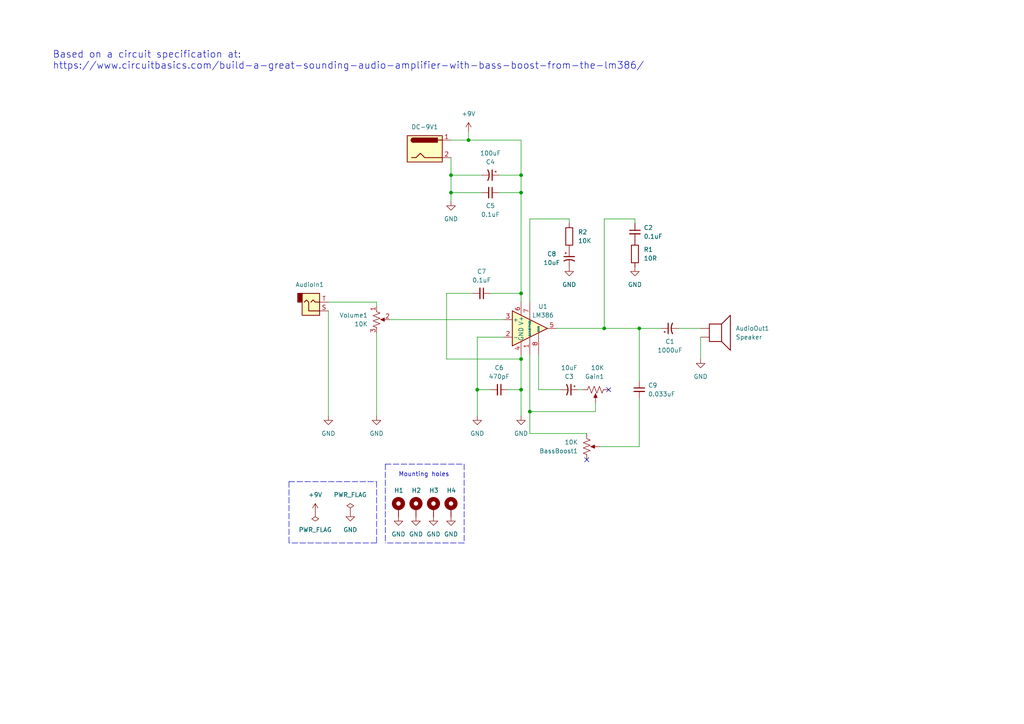
<source format=kicad_sch>
(kicad_sch (version 20211123) (generator eeschema)

  (uuid 3b05c394-0392-4946-800d-2a33f6382a42)

  (paper "A4")

  (title_block
    (title "amp-l386-with-bass-boost")
    (date "2023-01-20")
    (rev "1")
  )

  (lib_symbols
    (symbol "Amplifier_Audio:LM386" (pin_names (offset 0.127)) (in_bom yes) (on_board yes)
      (property "Reference" "U" (id 0) (at 1.27 7.62 0)
        (effects (font (size 1.27 1.27)) (justify left))
      )
      (property "Value" "LM386" (id 1) (at 1.27 5.08 0)
        (effects (font (size 1.27 1.27)) (justify left))
      )
      (property "Footprint" "" (id 2) (at 2.54 2.54 0)
        (effects (font (size 1.27 1.27)) hide)
      )
      (property "Datasheet" "http://www.ti.com/lit/ds/symlink/lm386.pdf" (id 3) (at 5.08 5.08 0)
        (effects (font (size 1.27 1.27)) hide)
      )
      (property "ki_keywords" "single Power opamp" (id 4) (at 0 0 0)
        (effects (font (size 1.27 1.27)) hide)
      )
      (property "ki_description" "Low Voltage Audio Power Amplifier, DIP-8/SOIC-8/SSOP-8" (id 5) (at 0 0 0)
        (effects (font (size 1.27 1.27)) hide)
      )
      (property "ki_fp_filters" "SOIC*3.9x4.9mm*P1.27mm* DIP*W7.62mm* MSSOP*P0.65mm* TSSOP*3x3mm*P0.5mm*" (id 6) (at 0 0 0)
        (effects (font (size 1.27 1.27)) hide)
      )
      (symbol "LM386_0_1"
        (polyline
          (pts
            (xy 5.08 0)
            (xy -5.08 5.08)
            (xy -5.08 -5.08)
            (xy 5.08 0)
          )
          (stroke (width 0.254) (type default) (color 0 0 0 0))
          (fill (type background))
        )
      )
      (symbol "LM386_1_1"
        (pin input line (at 0 -7.62 90) (length 5.08)
          (name "GAIN" (effects (font (size 0.508 0.508))))
          (number "1" (effects (font (size 1.27 1.27))))
        )
        (pin input line (at -7.62 -2.54 0) (length 2.54)
          (name "-" (effects (font (size 1.27 1.27))))
          (number "2" (effects (font (size 1.27 1.27))))
        )
        (pin input line (at -7.62 2.54 0) (length 2.54)
          (name "+" (effects (font (size 1.27 1.27))))
          (number "3" (effects (font (size 1.27 1.27))))
        )
        (pin power_in line (at -2.54 -7.62 90) (length 3.81)
          (name "GND" (effects (font (size 1.27 1.27))))
          (number "4" (effects (font (size 1.27 1.27))))
        )
        (pin output line (at 7.62 0 180) (length 2.54)
          (name "~" (effects (font (size 1.27 1.27))))
          (number "5" (effects (font (size 1.27 1.27))))
        )
        (pin power_in line (at -2.54 7.62 270) (length 3.81)
          (name "V+" (effects (font (size 1.27 1.27))))
          (number "6" (effects (font (size 1.27 1.27))))
        )
        (pin input line (at 0 7.62 270) (length 5.08)
          (name "BYPASS" (effects (font (size 0.508 0.508))))
          (number "7" (effects (font (size 1.27 1.27))))
        )
        (pin input line (at 2.54 -7.62 90) (length 6.35)
          (name "GAIN" (effects (font (size 0.508 0.508))))
          (number "8" (effects (font (size 1.27 1.27))))
        )
      )
    )
    (symbol "Connector:AudioJack2" (in_bom yes) (on_board yes)
      (property "Reference" "J" (id 0) (at 0 8.89 0)
        (effects (font (size 1.27 1.27)))
      )
      (property "Value" "AudioJack2" (id 1) (at 0 6.35 0)
        (effects (font (size 1.27 1.27)))
      )
      (property "Footprint" "" (id 2) (at 0 0 0)
        (effects (font (size 1.27 1.27)) hide)
      )
      (property "Datasheet" "~" (id 3) (at 0 0 0)
        (effects (font (size 1.27 1.27)) hide)
      )
      (property "ki_keywords" "audio jack receptacle mono phone headphone TS connector" (id 4) (at 0 0 0)
        (effects (font (size 1.27 1.27)) hide)
      )
      (property "ki_description" "Audio Jack, 2 Poles (Mono / TS)" (id 5) (at 0 0 0)
        (effects (font (size 1.27 1.27)) hide)
      )
      (property "ki_fp_filters" "Jack*" (id 6) (at 0 0 0)
        (effects (font (size 1.27 1.27)) hide)
      )
      (symbol "AudioJack2_0_1"
        (rectangle (start -3.81 0) (end -2.54 -2.54)
          (stroke (width 0.254) (type default) (color 0 0 0 0))
          (fill (type outline))
        )
        (rectangle (start -2.54 3.81) (end 2.54 -2.54)
          (stroke (width 0.254) (type default) (color 0 0 0 0))
          (fill (type background))
        )
        (polyline
          (pts
            (xy 0 0)
            (xy 0.635 -0.635)
            (xy 1.27 0)
            (xy 2.54 0)
          )
          (stroke (width 0.254) (type default) (color 0 0 0 0))
          (fill (type none))
        )
        (polyline
          (pts
            (xy 2.54 2.54)
            (xy -0.635 2.54)
            (xy -0.635 0)
            (xy -1.27 -0.635)
            (xy -1.905 0)
          )
          (stroke (width 0.254) (type default) (color 0 0 0 0))
          (fill (type none))
        )
      )
      (symbol "AudioJack2_1_1"
        (pin passive line (at 5.08 2.54 180) (length 2.54)
          (name "~" (effects (font (size 1.27 1.27))))
          (number "S" (effects (font (size 1.27 1.27))))
        )
        (pin passive line (at 5.08 0 180) (length 2.54)
          (name "~" (effects (font (size 1.27 1.27))))
          (number "T" (effects (font (size 1.27 1.27))))
        )
      )
    )
    (symbol "Connector:Jack-DC" (pin_names (offset 1.016)) (in_bom yes) (on_board yes)
      (property "Reference" "J" (id 0) (at 0 5.334 0)
        (effects (font (size 1.27 1.27)))
      )
      (property "Value" "Jack-DC" (id 1) (at 0 -5.08 0)
        (effects (font (size 1.27 1.27)))
      )
      (property "Footprint" "" (id 2) (at 1.27 -1.016 0)
        (effects (font (size 1.27 1.27)) hide)
      )
      (property "Datasheet" "~" (id 3) (at 1.27 -1.016 0)
        (effects (font (size 1.27 1.27)) hide)
      )
      (property "ki_keywords" "DC power barrel jack connector" (id 4) (at 0 0 0)
        (effects (font (size 1.27 1.27)) hide)
      )
      (property "ki_description" "DC Barrel Jack" (id 5) (at 0 0 0)
        (effects (font (size 1.27 1.27)) hide)
      )
      (property "ki_fp_filters" "BarrelJack*" (id 6) (at 0 0 0)
        (effects (font (size 1.27 1.27)) hide)
      )
      (symbol "Jack-DC_0_1"
        (rectangle (start -5.08 3.81) (end 5.08 -3.81)
          (stroke (width 0.254) (type default) (color 0 0 0 0))
          (fill (type background))
        )
        (arc (start -3.302 3.175) (mid -3.937 2.54) (end -3.302 1.905)
          (stroke (width 0.254) (type default) (color 0 0 0 0))
          (fill (type none))
        )
        (arc (start -3.302 3.175) (mid -3.937 2.54) (end -3.302 1.905)
          (stroke (width 0.254) (type default) (color 0 0 0 0))
          (fill (type outline))
        )
        (polyline
          (pts
            (xy 5.08 2.54)
            (xy 3.81 2.54)
          )
          (stroke (width 0.254) (type default) (color 0 0 0 0))
          (fill (type none))
        )
        (polyline
          (pts
            (xy -3.81 -2.54)
            (xy -2.54 -2.54)
            (xy -1.27 -1.27)
            (xy 0 -2.54)
            (xy 2.54 -2.54)
            (xy 5.08 -2.54)
          )
          (stroke (width 0.254) (type default) (color 0 0 0 0))
          (fill (type none))
        )
        (rectangle (start 3.683 3.175) (end -3.302 1.905)
          (stroke (width 0.254) (type default) (color 0 0 0 0))
          (fill (type outline))
        )
      )
      (symbol "Jack-DC_1_1"
        (pin passive line (at 7.62 2.54 180) (length 2.54)
          (name "~" (effects (font (size 1.27 1.27))))
          (number "1" (effects (font (size 1.27 1.27))))
        )
        (pin passive line (at 7.62 -2.54 180) (length 2.54)
          (name "~" (effects (font (size 1.27 1.27))))
          (number "2" (effects (font (size 1.27 1.27))))
        )
      )
    )
    (symbol "Device:C_Polarized_Small_US" (pin_numbers hide) (pin_names (offset 0.254) hide) (in_bom yes) (on_board yes)
      (property "Reference" "C" (id 0) (at 0.254 1.778 0)
        (effects (font (size 1.27 1.27)) (justify left))
      )
      (property "Value" "C_Polarized_Small_US" (id 1) (at 0.254 -2.032 0)
        (effects (font (size 1.27 1.27)) (justify left))
      )
      (property "Footprint" "" (id 2) (at 0 0 0)
        (effects (font (size 1.27 1.27)) hide)
      )
      (property "Datasheet" "~" (id 3) (at 0 0 0)
        (effects (font (size 1.27 1.27)) hide)
      )
      (property "ki_keywords" "cap capacitor" (id 4) (at 0 0 0)
        (effects (font (size 1.27 1.27)) hide)
      )
      (property "ki_description" "Polarized capacitor, small US symbol" (id 5) (at 0 0 0)
        (effects (font (size 1.27 1.27)) hide)
      )
      (property "ki_fp_filters" "CP_*" (id 6) (at 0 0 0)
        (effects (font (size 1.27 1.27)) hide)
      )
      (symbol "C_Polarized_Small_US_0_1"
        (polyline
          (pts
            (xy -1.524 0.508)
            (xy 1.524 0.508)
          )
          (stroke (width 0.3048) (type default) (color 0 0 0 0))
          (fill (type none))
        )
        (polyline
          (pts
            (xy -1.27 1.524)
            (xy -0.762 1.524)
          )
          (stroke (width 0) (type default) (color 0 0 0 0))
          (fill (type none))
        )
        (polyline
          (pts
            (xy -1.016 1.27)
            (xy -1.016 1.778)
          )
          (stroke (width 0) (type default) (color 0 0 0 0))
          (fill (type none))
        )
        (arc (start 1.524 -0.762) (mid 0 -0.3734) (end -1.524 -0.762)
          (stroke (width 0.3048) (type default) (color 0 0 0 0))
          (fill (type none))
        )
      )
      (symbol "C_Polarized_Small_US_1_1"
        (pin passive line (at 0 2.54 270) (length 2.032)
          (name "~" (effects (font (size 1.27 1.27))))
          (number "1" (effects (font (size 1.27 1.27))))
        )
        (pin passive line (at 0 -2.54 90) (length 2.032)
          (name "~" (effects (font (size 1.27 1.27))))
          (number "2" (effects (font (size 1.27 1.27))))
        )
      )
    )
    (symbol "Device:C_Small" (pin_numbers hide) (pin_names (offset 0.254) hide) (in_bom yes) (on_board yes)
      (property "Reference" "C" (id 0) (at 0.254 1.778 0)
        (effects (font (size 1.27 1.27)) (justify left))
      )
      (property "Value" "C_Small" (id 1) (at 0.254 -2.032 0)
        (effects (font (size 1.27 1.27)) (justify left))
      )
      (property "Footprint" "" (id 2) (at 0 0 0)
        (effects (font (size 1.27 1.27)) hide)
      )
      (property "Datasheet" "~" (id 3) (at 0 0 0)
        (effects (font (size 1.27 1.27)) hide)
      )
      (property "ki_keywords" "capacitor cap" (id 4) (at 0 0 0)
        (effects (font (size 1.27 1.27)) hide)
      )
      (property "ki_description" "Unpolarized capacitor, small symbol" (id 5) (at 0 0 0)
        (effects (font (size 1.27 1.27)) hide)
      )
      (property "ki_fp_filters" "C_*" (id 6) (at 0 0 0)
        (effects (font (size 1.27 1.27)) hide)
      )
      (symbol "C_Small_0_1"
        (polyline
          (pts
            (xy -1.524 -0.508)
            (xy 1.524 -0.508)
          )
          (stroke (width 0.3302) (type default) (color 0 0 0 0))
          (fill (type none))
        )
        (polyline
          (pts
            (xy -1.524 0.508)
            (xy 1.524 0.508)
          )
          (stroke (width 0.3048) (type default) (color 0 0 0 0))
          (fill (type none))
        )
      )
      (symbol "C_Small_1_1"
        (pin passive line (at 0 2.54 270) (length 2.032)
          (name "~" (effects (font (size 1.27 1.27))))
          (number "1" (effects (font (size 1.27 1.27))))
        )
        (pin passive line (at 0 -2.54 90) (length 2.032)
          (name "~" (effects (font (size 1.27 1.27))))
          (number "2" (effects (font (size 1.27 1.27))))
        )
      )
    )
    (symbol "Device:R" (pin_numbers hide) (pin_names (offset 0)) (in_bom yes) (on_board yes)
      (property "Reference" "R" (id 0) (at 2.032 0 90)
        (effects (font (size 1.27 1.27)))
      )
      (property "Value" "R" (id 1) (at 0 0 90)
        (effects (font (size 1.27 1.27)))
      )
      (property "Footprint" "" (id 2) (at -1.778 0 90)
        (effects (font (size 1.27 1.27)) hide)
      )
      (property "Datasheet" "~" (id 3) (at 0 0 0)
        (effects (font (size 1.27 1.27)) hide)
      )
      (property "ki_keywords" "R res resistor" (id 4) (at 0 0 0)
        (effects (font (size 1.27 1.27)) hide)
      )
      (property "ki_description" "Resistor" (id 5) (at 0 0 0)
        (effects (font (size 1.27 1.27)) hide)
      )
      (property "ki_fp_filters" "R_*" (id 6) (at 0 0 0)
        (effects (font (size 1.27 1.27)) hide)
      )
      (symbol "R_0_1"
        (rectangle (start -1.016 -2.54) (end 1.016 2.54)
          (stroke (width 0.254) (type default) (color 0 0 0 0))
          (fill (type none))
        )
      )
      (symbol "R_1_1"
        (pin passive line (at 0 3.81 270) (length 1.27)
          (name "~" (effects (font (size 1.27 1.27))))
          (number "1" (effects (font (size 1.27 1.27))))
        )
        (pin passive line (at 0 -3.81 90) (length 1.27)
          (name "~" (effects (font (size 1.27 1.27))))
          (number "2" (effects (font (size 1.27 1.27))))
        )
      )
    )
    (symbol "Device:R_Potentiometer_US" (pin_names (offset 1.016) hide) (in_bom yes) (on_board yes)
      (property "Reference" "RV" (id 0) (at -4.445 0 90)
        (effects (font (size 1.27 1.27)))
      )
      (property "Value" "R_Potentiometer_US" (id 1) (at -2.54 0 90)
        (effects (font (size 1.27 1.27)))
      )
      (property "Footprint" "" (id 2) (at 0 0 0)
        (effects (font (size 1.27 1.27)) hide)
      )
      (property "Datasheet" "~" (id 3) (at 0 0 0)
        (effects (font (size 1.27 1.27)) hide)
      )
      (property "ki_keywords" "resistor variable" (id 4) (at 0 0 0)
        (effects (font (size 1.27 1.27)) hide)
      )
      (property "ki_description" "Potentiometer, US symbol" (id 5) (at 0 0 0)
        (effects (font (size 1.27 1.27)) hide)
      )
      (property "ki_fp_filters" "Potentiometer*" (id 6) (at 0 0 0)
        (effects (font (size 1.27 1.27)) hide)
      )
      (symbol "R_Potentiometer_US_0_1"
        (polyline
          (pts
            (xy 0 -2.286)
            (xy 0 -2.54)
          )
          (stroke (width 0) (type default) (color 0 0 0 0))
          (fill (type none))
        )
        (polyline
          (pts
            (xy 0 2.54)
            (xy 0 2.286)
          )
          (stroke (width 0) (type default) (color 0 0 0 0))
          (fill (type none))
        )
        (polyline
          (pts
            (xy 2.54 0)
            (xy 1.524 0)
          )
          (stroke (width 0) (type default) (color 0 0 0 0))
          (fill (type none))
        )
        (polyline
          (pts
            (xy 1.143 0)
            (xy 2.286 0.508)
            (xy 2.286 -0.508)
            (xy 1.143 0)
          )
          (stroke (width 0) (type default) (color 0 0 0 0))
          (fill (type outline))
        )
        (polyline
          (pts
            (xy 0 -0.762)
            (xy 1.016 -1.143)
            (xy 0 -1.524)
            (xy -1.016 -1.905)
            (xy 0 -2.286)
          )
          (stroke (width 0) (type default) (color 0 0 0 0))
          (fill (type none))
        )
        (polyline
          (pts
            (xy 0 0.762)
            (xy 1.016 0.381)
            (xy 0 0)
            (xy -1.016 -0.381)
            (xy 0 -0.762)
          )
          (stroke (width 0) (type default) (color 0 0 0 0))
          (fill (type none))
        )
        (polyline
          (pts
            (xy 0 2.286)
            (xy 1.016 1.905)
            (xy 0 1.524)
            (xy -1.016 1.143)
            (xy 0 0.762)
          )
          (stroke (width 0) (type default) (color 0 0 0 0))
          (fill (type none))
        )
      )
      (symbol "R_Potentiometer_US_1_1"
        (pin passive line (at 0 3.81 270) (length 1.27)
          (name "1" (effects (font (size 1.27 1.27))))
          (number "1" (effects (font (size 1.27 1.27))))
        )
        (pin passive line (at 3.81 0 180) (length 1.27)
          (name "2" (effects (font (size 1.27 1.27))))
          (number "2" (effects (font (size 1.27 1.27))))
        )
        (pin passive line (at 0 -3.81 90) (length 1.27)
          (name "3" (effects (font (size 1.27 1.27))))
          (number "3" (effects (font (size 1.27 1.27))))
        )
      )
    )
    (symbol "Device:Speaker" (pin_numbers hide) (pin_names (offset 0) hide) (in_bom yes) (on_board yes)
      (property "Reference" "LS" (id 0) (at 1.27 5.715 0)
        (effects (font (size 1.27 1.27)) (justify right))
      )
      (property "Value" "Speaker" (id 1) (at 1.27 3.81 0)
        (effects (font (size 1.27 1.27)) (justify right))
      )
      (property "Footprint" "" (id 2) (at 0 -5.08 0)
        (effects (font (size 1.27 1.27)) hide)
      )
      (property "Datasheet" "~" (id 3) (at -0.254 -1.27 0)
        (effects (font (size 1.27 1.27)) hide)
      )
      (property "ki_keywords" "speaker sound" (id 4) (at 0 0 0)
        (effects (font (size 1.27 1.27)) hide)
      )
      (property "ki_description" "Speaker" (id 5) (at 0 0 0)
        (effects (font (size 1.27 1.27)) hide)
      )
      (symbol "Speaker_0_0"
        (rectangle (start -2.54 1.27) (end 1.016 -3.81)
          (stroke (width 0.254) (type default) (color 0 0 0 0))
          (fill (type none))
        )
        (polyline
          (pts
            (xy 1.016 1.27)
            (xy 3.556 3.81)
            (xy 3.556 -6.35)
            (xy 1.016 -3.81)
          )
          (stroke (width 0.254) (type default) (color 0 0 0 0))
          (fill (type none))
        )
      )
      (symbol "Speaker_1_1"
        (pin input line (at -5.08 0 0) (length 2.54)
          (name "1" (effects (font (size 1.27 1.27))))
          (number "1" (effects (font (size 1.27 1.27))))
        )
        (pin input line (at -5.08 -2.54 0) (length 2.54)
          (name "2" (effects (font (size 1.27 1.27))))
          (number "2" (effects (font (size 1.27 1.27))))
        )
      )
    )
    (symbol "Mechanical:MountingHole_Pad" (pin_numbers hide) (pin_names (offset 1.016) hide) (in_bom yes) (on_board yes)
      (property "Reference" "H" (id 0) (at 0 6.35 0)
        (effects (font (size 1.27 1.27)))
      )
      (property "Value" "MountingHole_Pad" (id 1) (at 0 4.445 0)
        (effects (font (size 1.27 1.27)))
      )
      (property "Footprint" "" (id 2) (at 0 0 0)
        (effects (font (size 1.27 1.27)) hide)
      )
      (property "Datasheet" "~" (id 3) (at 0 0 0)
        (effects (font (size 1.27 1.27)) hide)
      )
      (property "ki_keywords" "mounting hole" (id 4) (at 0 0 0)
        (effects (font (size 1.27 1.27)) hide)
      )
      (property "ki_description" "Mounting Hole with connection" (id 5) (at 0 0 0)
        (effects (font (size 1.27 1.27)) hide)
      )
      (property "ki_fp_filters" "MountingHole*Pad*" (id 6) (at 0 0 0)
        (effects (font (size 1.27 1.27)) hide)
      )
      (symbol "MountingHole_Pad_0_1"
        (circle (center 0 1.27) (radius 1.27)
          (stroke (width 1.27) (type default) (color 0 0 0 0))
          (fill (type none))
        )
      )
      (symbol "MountingHole_Pad_1_1"
        (pin input line (at 0 -2.54 90) (length 2.54)
          (name "1" (effects (font (size 1.27 1.27))))
          (number "1" (effects (font (size 1.27 1.27))))
        )
      )
    )
    (symbol "R_Potentiometer_US_1" (pin_numbers hide) (pin_names (offset 1.016) hide) (in_bom yes) (on_board yes)
      (property "Reference" "RV" (id 0) (at -4.445 0 90)
        (effects (font (size 1.27 1.27)))
      )
      (property "Value" "R_Potentiometer_US_1" (id 1) (at -2.54 0 90)
        (effects (font (size 1.27 1.27)))
      )
      (property "Footprint" "" (id 2) (at 0 0 0)
        (effects (font (size 1.27 1.27)) hide)
      )
      (property "Datasheet" "~" (id 3) (at 0 0 0)
        (effects (font (size 1.27 1.27)) hide)
      )
      (property "ki_keywords" "resistor variable" (id 4) (at 0 0 0)
        (effects (font (size 1.27 1.27)) hide)
      )
      (property "ki_description" "Potentiometer, US symbol" (id 5) (at 0 0 0)
        (effects (font (size 1.27 1.27)) hide)
      )
      (property "ki_fp_filters" "Potentiometer*" (id 6) (at 0 0 0)
        (effects (font (size 1.27 1.27)) hide)
      )
      (symbol "R_Potentiometer_US_1_0_1"
        (polyline
          (pts
            (xy 0 -2.286)
            (xy 0 -2.54)
          )
          (stroke (width 0) (type default) (color 0 0 0 0))
          (fill (type none))
        )
        (polyline
          (pts
            (xy 0 2.54)
            (xy 0 2.286)
          )
          (stroke (width 0) (type default) (color 0 0 0 0))
          (fill (type none))
        )
        (polyline
          (pts
            (xy 2.54 0)
            (xy 1.524 0)
          )
          (stroke (width 0) (type default) (color 0 0 0 0))
          (fill (type none))
        )
        (polyline
          (pts
            (xy 1.143 0)
            (xy 2.286 0.508)
            (xy 2.286 -0.508)
            (xy 1.143 0)
          )
          (stroke (width 0) (type default) (color 0 0 0 0))
          (fill (type outline))
        )
        (polyline
          (pts
            (xy 0 -0.762)
            (xy 1.016 -1.143)
            (xy 0 -1.524)
            (xy -1.016 -1.905)
            (xy 0 -2.286)
          )
          (stroke (width 0) (type default) (color 0 0 0 0))
          (fill (type none))
        )
        (polyline
          (pts
            (xy 0 0.762)
            (xy 1.016 0.381)
            (xy 0 0)
            (xy -1.016 -0.381)
            (xy 0 -0.762)
          )
          (stroke (width 0) (type default) (color 0 0 0 0))
          (fill (type none))
        )
        (polyline
          (pts
            (xy 0 2.286)
            (xy 1.016 1.905)
            (xy 0 1.524)
            (xy -1.016 1.143)
            (xy 0 0.762)
          )
          (stroke (width 0) (type default) (color 0 0 0 0))
          (fill (type none))
        )
      )
      (symbol "R_Potentiometer_US_1_1_1"
        (pin passive line (at 0 3.81 270) (length 1.27)
          (name "1" (effects (font (size 1.27 1.27))))
          (number "1" (effects (font (size 1.27 1.27))))
        )
        (pin passive line (at 3.81 0 180) (length 1.27)
          (name "2" (effects (font (size 1.27 1.27))))
          (number "2" (effects (font (size 1.27 1.27))))
        )
        (pin passive line (at 0 -3.81 90) (length 1.27)
          (name "3" (effects (font (size 1.27 1.27))))
          (number "3" (effects (font (size 1.27 1.27))))
        )
      )
    )
    (symbol "power:+9V" (power) (pin_numbers hide) (pin_names (offset 0) hide) (in_bom yes) (on_board yes)
      (property "Reference" "#PWR" (id 0) (at 0 -3.81 0)
        (effects (font (size 1.27 1.27)) hide)
      )
      (property "Value" "+9V" (id 1) (at 0 3.556 0)
        (effects (font (size 1.27 1.27)))
      )
      (property "Footprint" "" (id 2) (at 0 0 0)
        (effects (font (size 1.27 1.27)) hide)
      )
      (property "Datasheet" "" (id 3) (at 0 0 0)
        (effects (font (size 1.27 1.27)) hide)
      )
      (property "ki_keywords" "power-flag" (id 4) (at 0 0 0)
        (effects (font (size 1.27 1.27)) hide)
      )
      (property "ki_description" "Power symbol creates a global label with name \"+9V\"" (id 5) (at 0 0 0)
        (effects (font (size 1.27 1.27)) hide)
      )
      (symbol "+9V_0_1"
        (polyline
          (pts
            (xy -0.762 1.27)
            (xy 0 2.54)
          )
          (stroke (width 0) (type default) (color 0 0 0 0))
          (fill (type none))
        )
        (polyline
          (pts
            (xy 0 0)
            (xy 0 2.54)
          )
          (stroke (width 0) (type default) (color 0 0 0 0))
          (fill (type none))
        )
        (polyline
          (pts
            (xy 0 2.54)
            (xy 0.762 1.27)
          )
          (stroke (width 0) (type default) (color 0 0 0 0))
          (fill (type none))
        )
      )
      (symbol "+9V_1_1"
        (pin power_in line (at 0 0 90) (length 0) hide
          (name "+9V" (effects (font (size 1.27 1.27))))
          (number "1" (effects (font (size 1.27 1.27))))
        )
      )
    )
    (symbol "power:GND" (power) (pin_numbers hide) (pin_names (offset 0) hide) (in_bom yes) (on_board yes)
      (property "Reference" "#PWR" (id 0) (at 0 -6.35 0)
        (effects (font (size 1.27 1.27)) hide)
      )
      (property "Value" "GND" (id 1) (at 0 -3.81 0)
        (effects (font (size 1.27 1.27)))
      )
      (property "Footprint" "" (id 2) (at 0 0 0)
        (effects (font (size 1.27 1.27)) hide)
      )
      (property "Datasheet" "" (id 3) (at 0 0 0)
        (effects (font (size 1.27 1.27)) hide)
      )
      (property "ki_keywords" "power-flag" (id 4) (at 0 0 0)
        (effects (font (size 1.27 1.27)) hide)
      )
      (property "ki_description" "Power symbol creates a global label with name \"GND\" , ground" (id 5) (at 0 0 0)
        (effects (font (size 1.27 1.27)) hide)
      )
      (symbol "GND_0_1"
        (polyline
          (pts
            (xy 0 0)
            (xy 0 -1.27)
            (xy 1.27 -1.27)
            (xy 0 -2.54)
            (xy -1.27 -1.27)
            (xy 0 -1.27)
          )
          (stroke (width 0) (type default) (color 0 0 0 0))
          (fill (type none))
        )
      )
      (symbol "GND_1_1"
        (pin power_in line (at 0 0 270) (length 0) hide
          (name "GND" (effects (font (size 1.27 1.27))))
          (number "1" (effects (font (size 1.27 1.27))))
        )
      )
    )
    (symbol "power:PWR_FLAG" (power) (pin_numbers hide) (pin_names (offset 0) hide) (in_bom yes) (on_board yes)
      (property "Reference" "#FLG" (id 0) (at 0 1.905 0)
        (effects (font (size 1.27 1.27)) hide)
      )
      (property "Value" "PWR_FLAG" (id 1) (at 0 3.81 0)
        (effects (font (size 1.27 1.27)))
      )
      (property "Footprint" "" (id 2) (at 0 0 0)
        (effects (font (size 1.27 1.27)) hide)
      )
      (property "Datasheet" "~" (id 3) (at 0 0 0)
        (effects (font (size 1.27 1.27)) hide)
      )
      (property "ki_keywords" "power-flag" (id 4) (at 0 0 0)
        (effects (font (size 1.27 1.27)) hide)
      )
      (property "ki_description" "Special symbol for telling ERC where power comes from" (id 5) (at 0 0 0)
        (effects (font (size 1.27 1.27)) hide)
      )
      (symbol "PWR_FLAG_0_0"
        (pin power_out line (at 0 0 90) (length 0)
          (name "pwr" (effects (font (size 1.27 1.27))))
          (number "1" (effects (font (size 1.27 1.27))))
        )
      )
      (symbol "PWR_FLAG_0_1"
        (polyline
          (pts
            (xy 0 0)
            (xy 0 1.27)
            (xy -1.016 1.905)
            (xy 0 2.54)
            (xy 1.016 1.905)
            (xy 0 1.27)
          )
          (stroke (width 0) (type default) (color 0 0 0 0))
          (fill (type none))
        )
      )
    )
  )

  (junction (at 151.13 85.09) (diameter 0) (color 0 0 0 0)
    (uuid 042f4bba-69cf-4823-b341-4e6d4c3a84a4)
  )
  (junction (at 151.13 104.14) (diameter 0) (color 0 0 0 0)
    (uuid 0d62d281-777b-4516-b819-bc1e86521b21)
  )
  (junction (at 175.26 95.25) (diameter 0) (color 0 0 0 0)
    (uuid 115fdf82-5e71-4d8e-9f3d-f9565350b383)
  )
  (junction (at 151.13 113.03) (diameter 0) (color 0 0 0 0)
    (uuid 11655cff-b9eb-4021-9309-ef63fa4af5da)
  )
  (junction (at 135.89 40.64) (diameter 0) (color 0 0 0 0)
    (uuid 1fd701a6-ae5e-488e-b119-ac993e4c1581)
  )
  (junction (at 153.67 119.38) (diameter 0) (color 0 0 0 0)
    (uuid 2a0a1100-109f-4877-9f97-d48c7890bb9d)
  )
  (junction (at 151.13 50.8) (diameter 0) (color 0 0 0 0)
    (uuid 45ee4156-e857-45e8-ba40-58358a913e90)
  )
  (junction (at 130.81 50.8) (diameter 0) (color 0 0 0 0)
    (uuid 651487ad-382c-440a-a0a3-476543740a24)
  )
  (junction (at 185.42 95.25) (diameter 0) (color 0 0 0 0)
    (uuid 713ad2fb-776c-4ff7-bb42-9f4ec1d080f7)
  )
  (junction (at 130.81 55.88) (diameter 0) (color 0 0 0 0)
    (uuid 9525ae00-7249-46d9-b892-264d24e709de)
  )
  (junction (at 138.43 113.03) (diameter 0) (color 0 0 0 0)
    (uuid c6c1e0e7-34da-4675-bd66-5a7dbc355d6e)
  )
  (junction (at 151.13 55.88) (diameter 0) (color 0 0 0 0)
    (uuid ff78c63e-156b-4aad-a3a2-0b4c905880c5)
  )

  (no_connect (at 176.53 113.03) (uuid 80b77611-b741-41e5-b587-9bfe4d967591))
  (no_connect (at 170.18 133.35) (uuid 8d72d7a3-9b4f-44ba-93fd-310cfee69782))

  (wire (pts (xy 175.26 63.5) (xy 175.26 95.25))
    (stroke (width 0) (type default) (color 0 0 0 0))
    (uuid 045b56cf-0df1-4f6d-85de-07bf29d930d9)
  )
  (wire (pts (xy 151.13 55.88) (xy 151.13 50.8))
    (stroke (width 0) (type default) (color 0 0 0 0))
    (uuid 0fbae51a-c0ec-4fa5-804e-35ed2baf55d9)
  )
  (wire (pts (xy 135.89 40.64) (xy 151.13 40.64))
    (stroke (width 0) (type default) (color 0 0 0 0))
    (uuid 12fdfe8b-1611-40f5-aa8f-ce26df616bc5)
  )
  (wire (pts (xy 172.72 119.38) (xy 153.67 119.38))
    (stroke (width 0) (type default) (color 0 0 0 0))
    (uuid 15ca78be-c1bf-45a7-8584-a3972ab009a4)
  )
  (wire (pts (xy 153.67 63.5) (xy 153.67 87.63))
    (stroke (width 0) (type default) (color 0 0 0 0))
    (uuid 1a0fa18f-773d-45d7-9308-0c56c3ee8d2f)
  )
  (wire (pts (xy 156.21 113.03) (xy 162.56 113.03))
    (stroke (width 0) (type default) (color 0 0 0 0))
    (uuid 1bb879a5-d834-4617-af09-65b8de9138e8)
  )
  (wire (pts (xy 144.78 55.88) (xy 151.13 55.88))
    (stroke (width 0) (type default) (color 0 0 0 0))
    (uuid 2d786481-8b2e-429f-993b-825aade0ab80)
  )
  (polyline (pts (xy 134.62 157.48) (xy 111.76 157.48))
    (stroke (width 0) (type default) (color 0 0 0 0))
    (uuid 2e6ba242-5ddc-4dbe-8243-6ce89c9d9d75)
  )

  (wire (pts (xy 130.81 55.88) (xy 130.81 58.42))
    (stroke (width 0) (type default) (color 0 0 0 0))
    (uuid 2f1355f6-0803-48ac-ac6f-fef622b97870)
  )
  (wire (pts (xy 151.13 102.87) (xy 151.13 104.14))
    (stroke (width 0) (type default) (color 0 0 0 0))
    (uuid 2f13eead-e5ed-425b-b97f-81feb02f3341)
  )
  (wire (pts (xy 173.99 129.54) (xy 185.42 129.54))
    (stroke (width 0) (type default) (color 0 0 0 0))
    (uuid 34d4ba8d-930e-4786-a8ed-9f1ecda5ad1d)
  )
  (wire (pts (xy 113.03 92.71) (xy 146.05 92.71))
    (stroke (width 0) (type default) (color 0 0 0 0))
    (uuid 43eb512e-284b-4591-9ea6-26bda417cf52)
  )
  (wire (pts (xy 196.85 95.25) (xy 203.2 95.25))
    (stroke (width 0) (type default) (color 0 0 0 0))
    (uuid 46ef3e30-0029-46ea-8c6a-0535daa85e2f)
  )
  (polyline (pts (xy 111.76 134.62) (xy 134.62 134.62))
    (stroke (width 0) (type default) (color 0 0 0 0))
    (uuid 4c9c26de-2cc6-41a9-85a0-763706e03e4d)
  )

  (wire (pts (xy 147.32 113.03) (xy 151.13 113.03))
    (stroke (width 0) (type default) (color 0 0 0 0))
    (uuid 5691b62e-1d9f-41c3-9da2-3b9a24988888)
  )
  (polyline (pts (xy 109.22 157.48) (xy 83.82 157.48))
    (stroke (width 0) (type default) (color 0 0 0 0))
    (uuid 59aa309d-0674-44c2-a12b-fca2ed1867fe)
  )

  (wire (pts (xy 130.81 45.72) (xy 130.81 50.8))
    (stroke (width 0) (type default) (color 0 0 0 0))
    (uuid 647f3948-dfaf-4cc5-ad35-cd3994d27fe7)
  )
  (polyline (pts (xy 83.82 139.7) (xy 109.22 139.7))
    (stroke (width 0) (type default) (color 0 0 0 0))
    (uuid 66329806-ccd3-4bd2-89de-db61fb8c4d7b)
  )

  (wire (pts (xy 203.2 97.79) (xy 203.2 104.14))
    (stroke (width 0) (type default) (color 0 0 0 0))
    (uuid 68ed953c-6581-4dff-a5f4-d211347ab97e)
  )
  (wire (pts (xy 95.25 90.17) (xy 95.25 120.65))
    (stroke (width 0) (type default) (color 0 0 0 0))
    (uuid 6a1b57ea-d23c-422f-a567-8d0d8b138253)
  )
  (wire (pts (xy 138.43 113.03) (xy 142.24 113.03))
    (stroke (width 0) (type default) (color 0 0 0 0))
    (uuid 6a63ad8c-bca2-4a00-9a18-5d31dcde453f)
  )
  (wire (pts (xy 172.72 116.84) (xy 172.72 119.38))
    (stroke (width 0) (type default) (color 0 0 0 0))
    (uuid 6ec9ddf8-9532-4d6b-9b11-245b3ffca290)
  )
  (wire (pts (xy 161.29 95.25) (xy 175.26 95.25))
    (stroke (width 0) (type default) (color 0 0 0 0))
    (uuid 72cf553e-d39e-4ee5-9cdc-7b4f2c732a97)
  )
  (polyline (pts (xy 83.82 139.7) (xy 83.82 157.48))
    (stroke (width 0) (type default) (color 0 0 0 0))
    (uuid 76918574-d98c-4995-b8a5-14c41b291143)
  )

  (wire (pts (xy 151.13 55.88) (xy 151.13 85.09))
    (stroke (width 0) (type default) (color 0 0 0 0))
    (uuid 81438261-d89c-4904-a2cb-ce6e440effa8)
  )
  (wire (pts (xy 185.42 95.25) (xy 191.77 95.25))
    (stroke (width 0) (type default) (color 0 0 0 0))
    (uuid 83069879-4d00-4be5-ac41-e3952a0abf79)
  )
  (wire (pts (xy 175.26 95.25) (xy 185.42 95.25))
    (stroke (width 0) (type default) (color 0 0 0 0))
    (uuid 83cdf854-dc5c-407d-a926-a224c13c5949)
  )
  (wire (pts (xy 130.81 50.8) (xy 130.81 55.88))
    (stroke (width 0) (type default) (color 0 0 0 0))
    (uuid 83e49040-f290-4697-a30d-353b7a8fc7f4)
  )
  (polyline (pts (xy 111.76 134.62) (xy 111.76 157.48))
    (stroke (width 0) (type default) (color 0 0 0 0))
    (uuid 843efa9d-a03a-4596-b5a2-0e7575d973d2)
  )

  (wire (pts (xy 153.67 125.73) (xy 170.18 125.73))
    (stroke (width 0) (type default) (color 0 0 0 0))
    (uuid 8c9281cc-d6d1-4aa0-98bf-12fa490f3f77)
  )
  (wire (pts (xy 151.13 104.14) (xy 151.13 113.03))
    (stroke (width 0) (type default) (color 0 0 0 0))
    (uuid 8e0f10b1-b47e-484b-8d12-99b12c13942b)
  )
  (wire (pts (xy 184.15 63.5) (xy 184.15 64.77))
    (stroke (width 0) (type default) (color 0 0 0 0))
    (uuid 98543b65-0c17-43dd-9df5-8b4fbb70800f)
  )
  (wire (pts (xy 153.67 119.38) (xy 153.67 125.73))
    (stroke (width 0) (type default) (color 0 0 0 0))
    (uuid 9893bfb0-2a48-423f-9d38-3c7bf341486d)
  )
  (wire (pts (xy 130.81 40.64) (xy 135.89 40.64))
    (stroke (width 0) (type default) (color 0 0 0 0))
    (uuid 9f83a793-0f49-4c94-86a1-4a0d03d7bdb1)
  )
  (wire (pts (xy 151.13 50.8) (xy 151.13 40.64))
    (stroke (width 0) (type default) (color 0 0 0 0))
    (uuid a71957fe-8335-4eed-93ed-e474a760b858)
  )
  (wire (pts (xy 153.67 63.5) (xy 165.1 63.5))
    (stroke (width 0) (type default) (color 0 0 0 0))
    (uuid a889cba7-5e93-48d7-8733-d7023da329cd)
  )
  (wire (pts (xy 156.21 102.87) (xy 156.21 113.03))
    (stroke (width 0) (type default) (color 0 0 0 0))
    (uuid ab2ee0ce-f574-463f-9d8f-742b661d82b9)
  )
  (polyline (pts (xy 134.62 134.62) (xy 134.62 157.48))
    (stroke (width 0) (type default) (color 0 0 0 0))
    (uuid b062bf4a-8404-41c9-98f5-b53d419b96a4)
  )

  (wire (pts (xy 138.43 113.03) (xy 138.43 120.65))
    (stroke (width 0) (type default) (color 0 0 0 0))
    (uuid b96f129b-5195-4851-ad22-aab14ca064f2)
  )
  (wire (pts (xy 185.42 129.54) (xy 185.42 115.57))
    (stroke (width 0) (type default) (color 0 0 0 0))
    (uuid bad3748d-0656-4787-b9b5-3287e577376a)
  )
  (wire (pts (xy 142.24 85.09) (xy 151.13 85.09))
    (stroke (width 0) (type default) (color 0 0 0 0))
    (uuid bd1dbc2b-cab2-4273-a63b-64cfc9fec845)
  )
  (wire (pts (xy 175.26 63.5) (xy 184.15 63.5))
    (stroke (width 0) (type default) (color 0 0 0 0))
    (uuid c03e294e-f6f0-47cd-9ab1-009c0b44b16e)
  )
  (wire (pts (xy 165.1 63.5) (xy 165.1 64.77))
    (stroke (width 0) (type default) (color 0 0 0 0))
    (uuid c0425deb-aa55-4cb1-abc6-c3234386fdfb)
  )
  (wire (pts (xy 139.7 50.8) (xy 130.81 50.8))
    (stroke (width 0) (type default) (color 0 0 0 0))
    (uuid c305543d-15c6-455d-ac5f-9821e8fd88b5)
  )
  (polyline (pts (xy 109.22 139.7) (xy 109.22 157.48))
    (stroke (width 0) (type default) (color 0 0 0 0))
    (uuid c394715a-60b1-4d98-b6a7-b12a5f7112e7)
  )

  (wire (pts (xy 144.78 50.8) (xy 151.13 50.8))
    (stroke (width 0) (type default) (color 0 0 0 0))
    (uuid c7f1e74a-a400-41b6-9043-1f4c970d34bc)
  )
  (wire (pts (xy 153.67 102.87) (xy 153.67 119.38))
    (stroke (width 0) (type default) (color 0 0 0 0))
    (uuid cad45139-b6d1-41d2-85fe-4b1ed2d2ca19)
  )
  (wire (pts (xy 109.22 87.63) (xy 109.22 88.9))
    (stroke (width 0) (type default) (color 0 0 0 0))
    (uuid cf0116b9-33d1-4cef-b91b-289d5f7f0b2d)
  )
  (wire (pts (xy 151.13 85.09) (xy 151.13 87.63))
    (stroke (width 0) (type default) (color 0 0 0 0))
    (uuid d46b8a92-076d-4520-92f9-1e629d3ae419)
  )
  (wire (pts (xy 185.42 95.25) (xy 185.42 110.49))
    (stroke (width 0) (type default) (color 0 0 0 0))
    (uuid d5f59072-6b11-4154-ac10-e4c2da86040a)
  )
  (wire (pts (xy 135.89 38.1) (xy 135.89 40.64))
    (stroke (width 0) (type default) (color 0 0 0 0))
    (uuid d8d8c0be-92d3-4c8c-bf5f-58fb030da10b)
  )
  (wire (pts (xy 151.13 113.03) (xy 151.13 120.65))
    (stroke (width 0) (type default) (color 0 0 0 0))
    (uuid dbf704fc-5a5f-4bd2-a277-6caea02497a9)
  )
  (wire (pts (xy 129.54 104.14) (xy 129.54 85.09))
    (stroke (width 0) (type default) (color 0 0 0 0))
    (uuid dd85a96e-dd42-4da9-b6fa-042638a312f4)
  )
  (wire (pts (xy 138.43 97.79) (xy 138.43 113.03))
    (stroke (width 0) (type default) (color 0 0 0 0))
    (uuid ddf444cd-433a-4340-bc72-49c84a35d644)
  )
  (wire (pts (xy 146.05 97.79) (xy 138.43 97.79))
    (stroke (width 0) (type default) (color 0 0 0 0))
    (uuid e0642786-df42-48b8-ac21-e68def25fbbd)
  )
  (wire (pts (xy 139.7 55.88) (xy 130.81 55.88))
    (stroke (width 0) (type default) (color 0 0 0 0))
    (uuid eddc20a5-aeaa-40a4-9d9b-b2bc3144c967)
  )
  (wire (pts (xy 129.54 85.09) (xy 137.16 85.09))
    (stroke (width 0) (type default) (color 0 0 0 0))
    (uuid f0762bf6-0e88-4491-8705-bc125f8c4a08)
  )
  (wire (pts (xy 95.25 87.63) (xy 109.22 87.63))
    (stroke (width 0) (type default) (color 0 0 0 0))
    (uuid f1271884-f7ad-451f-94c2-db7dafe6e8ea)
  )
  (wire (pts (xy 109.22 96.52) (xy 109.22 120.65))
    (stroke (width 0) (type default) (color 0 0 0 0))
    (uuid f78aad68-dd0a-4227-85f9-404791cecce6)
  )
  (wire (pts (xy 129.54 104.14) (xy 151.13 104.14))
    (stroke (width 0) (type default) (color 0 0 0 0))
    (uuid fbc5a427-3b63-4553-a18e-358c892e14c0)
  )
  (wire (pts (xy 167.64 113.03) (xy 168.91 113.03))
    (stroke (width 0) (type default) (color 0 0 0 0))
    (uuid ff098b3a-3691-4ce0-a2c4-3dd18740285e)
  )

  (text "Mounting holes" (at 115.57 138.43 0)
    (effects (font (size 1.27 1.27)) (justify left bottom))
    (uuid 1c62ba0d-386d-41cc-a1f2-b2e66ad652b3)
  )
  (text "Based on a circuit specification at:\nhttps://www.circuitbasics.com/build-a-great-sounding-audio-amplifier-with-bass-boost-from-the-lm386/"
    (at 15.24 20.32 0)
    (effects (font (size 2 2)) (justify left bottom))
    (uuid 8c2fd9c8-093f-4f91-b399-e21b458c5e80)
  )

  (symbol (lib_id "Connector:AudioJack2") (at 90.17 87.63 0) (mirror x) (unit 1)
    (in_bom yes) (on_board yes)
    (uuid 01ca1135-471d-4314-866e-30f63858fb82)
    (property "Reference" "AudioIn1" (id 0) (at 93.98 82.55 0)
      (effects (font (size 1.27 1.27)) (justify right))
    )
    (property "Value" "AudioJack" (id 1) (at 85.09 89.5349 0)
      (effects (font (size 1.27 1.27)) (justify right) hide)
    )
    (property "Footprint" "jme:jme-audio-pinheader-2.54-vertical" (id 2) (at 90.17 87.63 0)
      (effects (font (size 1.27 1.27)) hide)
    )
    (property "Datasheet" "~" (id 3) (at 90.17 87.63 0)
      (effects (font (size 1.27 1.27)) hide)
    )
    (pin "S" (uuid af4e5ef0-e0ce-4925-bce7-8cff4b69ce35))
    (pin "T" (uuid 35da0801-1c86-40c2-a2d6-9da9f07e1e00))
  )

  (symbol (lib_id "power:+9V") (at 91.44 148.59 0) (unit 1)
    (in_bom yes) (on_board yes) (fields_autoplaced)
    (uuid 17952609-60c2-40ad-b95b-8e67340d8edc)
    (property "Reference" "#PWR01" (id 0) (at 91.44 152.4 0)
      (effects (font (size 1.27 1.27)) hide)
    )
    (property "Value" "+9V" (id 1) (at 91.44 143.51 0))
    (property "Footprint" "" (id 2) (at 91.44 148.59 0)
      (effects (font (size 1.27 1.27)) hide)
    )
    (property "Datasheet" "" (id 3) (at 91.44 148.59 0)
      (effects (font (size 1.27 1.27)) hide)
    )
    (pin "1" (uuid d1152ddb-3790-4511-b2d6-6118c6e4502d))
  )

  (symbol (lib_id "power:GND") (at 130.81 58.42 0) (unit 1)
    (in_bom yes) (on_board yes) (fields_autoplaced)
    (uuid 209386da-c19e-4a00-b8d2-4d12cb65a811)
    (property "Reference" "#PWR05" (id 0) (at 130.81 64.77 0)
      (effects (font (size 1.27 1.27)) hide)
    )
    (property "Value" "GND" (id 1) (at 130.81 63.5 0))
    (property "Footprint" "" (id 2) (at 130.81 58.42 0)
      (effects (font (size 1.27 1.27)) hide)
    )
    (property "Datasheet" "" (id 3) (at 130.81 58.42 0)
      (effects (font (size 1.27 1.27)) hide)
    )
    (pin "1" (uuid 0aad6c33-f904-4b08-ae5a-25a1c5e85f75))
  )

  (symbol (lib_id "power:GND") (at 165.1 77.47 0) (unit 1)
    (in_bom yes) (on_board yes) (fields_autoplaced)
    (uuid 21f1c989-b208-4074-8e70-42ce73002426)
    (property "Reference" "#PWR04" (id 0) (at 165.1 83.82 0)
      (effects (font (size 1.27 1.27)) hide)
    )
    (property "Value" "GND" (id 1) (at 165.1 82.55 0))
    (property "Footprint" "" (id 2) (at 165.1 77.47 0)
      (effects (font (size 1.27 1.27)) hide)
    )
    (property "Datasheet" "" (id 3) (at 165.1 77.47 0)
      (effects (font (size 1.27 1.27)) hide)
    )
    (pin "1" (uuid ad4dc3ab-b4d6-44be-8c5f-02a40fe2fd62))
  )

  (symbol (lib_id "Amplifier_Audio:LM386") (at 153.67 95.25 0) (unit 1)
    (in_bom yes) (on_board yes)
    (uuid 23f65ee1-2ccd-4068-ae1f-1dc4d7eff59a)
    (property "Reference" "U1" (id 0) (at 157.48 88.9 0))
    (property "Value" "LM386" (id 1) (at 157.48 91.44 0))
    (property "Footprint" "Package_DIP:DIP-8_W7.62mm_Socket" (id 2) (at 156.21 92.71 0)
      (effects (font (size 1.27 1.27)) hide)
    )
    (property "Datasheet" "http://www.ti.com/lit/ds/symlink/lm386.pdf" (id 3) (at 158.75 90.17 0)
      (effects (font (size 1.27 1.27)) hide)
    )
    (pin "1" (uuid d45c80a2-11b2-4a9f-90e8-296cb6839d9d))
    (pin "2" (uuid efa19c86-075d-41c0-8e70-49bf45f163ec))
    (pin "3" (uuid 9d87108d-a40e-48d9-8149-49b81e25b750))
    (pin "4" (uuid f6ee82a4-ff53-45eb-b3a7-78429ace68b6))
    (pin "5" (uuid 882c57b4-dae9-4686-8d19-e856b6534295))
    (pin "6" (uuid d43ae843-0709-4806-bb9d-0209d4c1de69))
    (pin "7" (uuid 756361a6-e694-41fc-8a0f-bf6b56114e1f))
    (pin "8" (uuid a9363a2e-bbd3-40bc-aa09-25dd968f9148))
  )

  (symbol (lib_id "power:GND") (at 120.65 149.86 0) (unit 1)
    (in_bom yes) (on_board yes) (fields_autoplaced)
    (uuid 2862363a-0770-4592-bf40-b506f67a260b)
    (property "Reference" "#PWR08" (id 0) (at 120.65 156.21 0)
      (effects (font (size 1.27 1.27)) hide)
    )
    (property "Value" "GND" (id 1) (at 120.65 154.94 0))
    (property "Footprint" "" (id 2) (at 120.65 149.86 0)
      (effects (font (size 1.27 1.27)) hide)
    )
    (property "Datasheet" "" (id 3) (at 120.65 149.86 0)
      (effects (font (size 1.27 1.27)) hide)
    )
    (pin "1" (uuid c289f0a7-2934-442b-b8a7-98535f8bea70))
  )

  (symbol (lib_id "Mechanical:MountingHole_Pad") (at 115.57 147.32 0) (unit 1)
    (in_bom yes) (on_board yes)
    (uuid 2bcd4b84-c63b-4058-b47f-8f47ac0dd58f)
    (property "Reference" "H1" (id 0) (at 114.3 142.24 0)
      (effects (font (size 1.27 1.27)) (justify left))
    )
    (property "Value" "MountingHole_Pad" (id 1) (at 118.11 147.3199 0)
      (effects (font (size 1.27 1.27)) (justify left) hide)
    )
    (property "Footprint" "MountingHole:MountingHole_3.2mm_M3_DIN965_Pad" (id 2) (at 115.57 147.32 0)
      (effects (font (size 1.27 1.27)) hide)
    )
    (property "Datasheet" "~" (id 3) (at 115.57 147.32 0)
      (effects (font (size 1.27 1.27)) hide)
    )
    (pin "1" (uuid 8d437fad-8bff-4344-be69-ac773b3fb289))
  )

  (symbol (lib_id "power:GND") (at 115.57 149.86 0) (unit 1)
    (in_bom yes) (on_board yes) (fields_autoplaced)
    (uuid 2c9d4476-a593-4371-a480-c2002fb7297e)
    (property "Reference" "#PWR07" (id 0) (at 115.57 156.21 0)
      (effects (font (size 1.27 1.27)) hide)
    )
    (property "Value" "GND" (id 1) (at 115.57 154.94 0))
    (property "Footprint" "" (id 2) (at 115.57 149.86 0)
      (effects (font (size 1.27 1.27)) hide)
    )
    (property "Datasheet" "" (id 3) (at 115.57 149.86 0)
      (effects (font (size 1.27 1.27)) hide)
    )
    (pin "1" (uuid c0809a2f-5461-4cc2-b1d9-b7a6f89a375d))
  )

  (symbol (lib_id "power:GND") (at 130.81 149.86 0) (unit 1)
    (in_bom yes) (on_board yes) (fields_autoplaced)
    (uuid 373cb6e6-aca3-4a4c-ab4c-52a5c3b86e12)
    (property "Reference" "#PWR010" (id 0) (at 130.81 156.21 0)
      (effects (font (size 1.27 1.27)) hide)
    )
    (property "Value" "GND" (id 1) (at 130.81 154.94 0))
    (property "Footprint" "" (id 2) (at 130.81 149.86 0)
      (effects (font (size 1.27 1.27)) hide)
    )
    (property "Datasheet" "" (id 3) (at 130.81 149.86 0)
      (effects (font (size 1.27 1.27)) hide)
    )
    (pin "1" (uuid e57aff91-4ec1-43e1-b0ba-9da5a15cb07a))
  )

  (symbol (lib_id "power:PWR_FLAG") (at 101.6 148.59 0) (unit 1)
    (in_bom yes) (on_board yes) (fields_autoplaced)
    (uuid 3fac7315-f16a-4779-9a61-d0d4f63a1682)
    (property "Reference" "#FLG02" (id 0) (at 101.6 146.685 0)
      (effects (font (size 1.27 1.27)) hide)
    )
    (property "Value" "PWR_FLAG" (id 1) (at 101.6 143.51 0))
    (property "Footprint" "" (id 2) (at 101.6 148.59 0)
      (effects (font (size 1.27 1.27)) hide)
    )
    (property "Datasheet" "~" (id 3) (at 101.6 148.59 0)
      (effects (font (size 1.27 1.27)) hide)
    )
    (pin "1" (uuid 99ac2a57-1554-4fd6-ad60-222d9cc2e66c))
  )

  (symbol (lib_id "Device:C_Small") (at 142.24 55.88 270) (mirror x) (unit 1)
    (in_bom yes) (on_board yes)
    (uuid 461bcc20-4ee9-446f-bc67-0e5ff2faa738)
    (property "Reference" "C5" (id 0) (at 142.24 59.69 90))
    (property "Value" "0.1uF" (id 1) (at 142.24 62.23 90))
    (property "Footprint" "Capacitor_THT:CP_Axial_L10.0mm_D4.5mm_P15.00mm_Horizontal" (id 2) (at 142.24 55.88 0)
      (effects (font (size 1.27 1.27)) hide)
    )
    (property "Datasheet" "~" (id 3) (at 142.24 55.88 0)
      (effects (font (size 1.27 1.27)) hide)
    )
    (pin "1" (uuid 16944377-7644-48c6-a197-16345012bbac))
    (pin "2" (uuid d0d89ec3-481d-4391-ae8b-bb27a995a72f))
  )

  (symbol (lib_id "Device:C_Small") (at 144.78 113.03 270) (unit 1)
    (in_bom yes) (on_board yes) (fields_autoplaced)
    (uuid 520df83a-676d-4a13-a2b3-cfc5b57ea83a)
    (property "Reference" "C6" (id 0) (at 144.7736 106.68 90))
    (property "Value" "470pF" (id 1) (at 144.7736 109.22 90))
    (property "Footprint" "Capacitor_THT:CP_Axial_L10.0mm_D4.5mm_P15.00mm_Horizontal" (id 2) (at 144.78 113.03 0)
      (effects (font (size 1.27 1.27)) hide)
    )
    (property "Datasheet" "~" (id 3) (at 144.78 113.03 0)
      (effects (font (size 1.27 1.27)) hide)
    )
    (pin "1" (uuid e6539808-1fdb-45d6-906d-d775495db886))
    (pin "2" (uuid a38ead16-f61e-4e85-bba4-3a52f32a9d7b))
  )

  (symbol (lib_id "Device:C_Polarized_Small_US") (at 194.31 95.25 90) (unit 1)
    (in_bom yes) (on_board yes)
    (uuid 56216c7c-e1fb-437a-9a94-6786f3333271)
    (property "Reference" "C1" (id 0) (at 194.31 99.06 90))
    (property "Value" "1000uF" (id 1) (at 194.31 101.6 90))
    (property "Footprint" "Capacitor_THT:CP_Axial_L10.0mm_D4.5mm_P15.00mm_Horizontal" (id 2) (at 194.31 95.25 0)
      (effects (font (size 1.27 1.27)) hide)
    )
    (property "Datasheet" "~" (id 3) (at 194.31 95.25 0)
      (effects (font (size 1.27 1.27)) hide)
    )
    (pin "1" (uuid 4d4b5fd9-28f4-4285-a343-b0bd67dbd155))
    (pin "2" (uuid 6a0d9d1e-623a-41d5-bbc3-2830e2b082b3))
  )

  (symbol (lib_id "power:GND") (at 109.22 120.65 0) (unit 1)
    (in_bom yes) (on_board yes) (fields_autoplaced)
    (uuid 599bd11c-4f45-4803-9b19-29707e4fccd0)
    (property "Reference" "#PWR0102" (id 0) (at 109.22 127 0)
      (effects (font (size 1.27 1.27)) hide)
    )
    (property "Value" "GND" (id 1) (at 109.22 125.73 0))
    (property "Footprint" "" (id 2) (at 109.22 120.65 0)
      (effects (font (size 1.27 1.27)) hide)
    )
    (property "Datasheet" "" (id 3) (at 109.22 120.65 0)
      (effects (font (size 1.27 1.27)) hide)
    )
    (pin "1" (uuid 134d5988-4a9e-4938-859f-b121372027f3))
  )

  (symbol (lib_name "R_Potentiometer_US_1") (lib_id "Device:R_Potentiometer_US") (at 172.72 113.03 270) (unit 1)
    (in_bom yes) (on_board yes)
    (uuid 5d3052ef-966e-4509-8d8d-9f9326949027)
    (property "Reference" "Gain1" (id 0) (at 175.26 109.22 90)
      (effects (font (size 1.27 1.27)) (justify right))
    )
    (property "Value" "10K" (id 1) (at 175.26 106.68 90)
      (effects (font (size 1.27 1.27)) (justify right))
    )
    (property "Footprint" "Connector_PinHeader_2.54mm:PinHeader_1x03_P2.54mm_Vertical" (id 2) (at 172.72 113.03 0)
      (effects (font (size 1.27 1.27)) hide)
    )
    (property "Datasheet" "~" (id 3) (at 172.72 113.03 0)
      (effects (font (size 1.27 1.27)) hide)
    )
    (pin "1" (uuid 2785f819-9609-46ca-abfc-16deabb1819c))
    (pin "2" (uuid a1e15139-0a25-4b67-8d32-65c62e9234b8))
    (pin "3" (uuid 49336970-35c9-4e4f-ab1e-12028bd00288))
  )

  (symbol (lib_id "power:PWR_FLAG") (at 91.44 148.59 180) (unit 1)
    (in_bom yes) (on_board yes) (fields_autoplaced)
    (uuid 5e62768b-5d41-4723-bc7a-2dfe2cee28ec)
    (property "Reference" "#FLG01" (id 0) (at 91.44 150.495 0)
      (effects (font (size 1.27 1.27)) hide)
    )
    (property "Value" "PWR_FLAG" (id 1) (at 91.44 153.67 0))
    (property "Footprint" "" (id 2) (at 91.44 148.59 0)
      (effects (font (size 1.27 1.27)) hide)
    )
    (property "Datasheet" "~" (id 3) (at 91.44 148.59 0)
      (effects (font (size 1.27 1.27)) hide)
    )
    (pin "1" (uuid e2f6df2d-3373-424d-824a-3aba103c5d4a))
  )

  (symbol (lib_id "Device:C_Small") (at 184.15 67.31 0) (unit 1)
    (in_bom yes) (on_board yes)
    (uuid 7081d242-3cfe-4c36-8f9f-8147a2abba64)
    (property "Reference" "C2" (id 0) (at 186.69 66.0462 0)
      (effects (font (size 1.27 1.27)) (justify left))
    )
    (property "Value" "0.1uF" (id 1) (at 186.69 68.5862 0)
      (effects (font (size 1.27 1.27)) (justify left))
    )
    (property "Footprint" "Capacitor_THT:CP_Axial_L10.0mm_D4.5mm_P15.00mm_Horizontal" (id 2) (at 184.15 67.31 0)
      (effects (font (size 1.27 1.27)) hide)
    )
    (property "Datasheet" "~" (id 3) (at 184.15 67.31 0)
      (effects (font (size 1.27 1.27)) hide)
    )
    (pin "1" (uuid 4af09904-2f56-4c3b-b9ab-c7092e468004))
    (pin "2" (uuid 40e900f7-b5cf-4945-a23e-46283d09d87f))
  )

  (symbol (lib_id "power:GND") (at 125.73 149.86 0) (unit 1)
    (in_bom yes) (on_board yes) (fields_autoplaced)
    (uuid 7c023395-7320-4862-b907-3fe233b485df)
    (property "Reference" "#PWR09" (id 0) (at 125.73 156.21 0)
      (effects (font (size 1.27 1.27)) hide)
    )
    (property "Value" "GND" (id 1) (at 125.73 154.94 0))
    (property "Footprint" "" (id 2) (at 125.73 149.86 0)
      (effects (font (size 1.27 1.27)) hide)
    )
    (property "Datasheet" "" (id 3) (at 125.73 149.86 0)
      (effects (font (size 1.27 1.27)) hide)
    )
    (pin "1" (uuid 35b665e2-cfe6-47d4-be9a-b66bd49f2626))
  )

  (symbol (lib_id "Mechanical:MountingHole_Pad") (at 125.73 147.32 0) (unit 1)
    (in_bom yes) (on_board yes)
    (uuid 7dd87f23-341b-4f8f-b7d0-e20f292eccf5)
    (property "Reference" "H3" (id 0) (at 124.46 142.24 0)
      (effects (font (size 1.27 1.27)) (justify left))
    )
    (property "Value" "MountingHole_Pad" (id 1) (at 128.27 147.3199 0)
      (effects (font (size 1.27 1.27)) (justify left) hide)
    )
    (property "Footprint" "MountingHole:MountingHole_3.2mm_M3_DIN965_Pad" (id 2) (at 125.73 147.32 0)
      (effects (font (size 1.27 1.27)) hide)
    )
    (property "Datasheet" "~" (id 3) (at 125.73 147.32 0)
      (effects (font (size 1.27 1.27)) hide)
    )
    (pin "1" (uuid 5c07b2d8-3966-466a-9127-8bba7f12fd9d))
  )

  (symbol (lib_id "Device:R") (at 165.1 68.58 0) (unit 1)
    (in_bom yes) (on_board yes) (fields_autoplaced)
    (uuid 80bfb3cb-055c-4980-8a7f-cfb3b58d4838)
    (property "Reference" "R2" (id 0) (at 167.64 67.3099 0)
      (effects (font (size 1.27 1.27)) (justify left))
    )
    (property "Value" "10K" (id 1) (at 167.64 69.8499 0)
      (effects (font (size 1.27 1.27)) (justify left))
    )
    (property "Footprint" "Resistor_THT:R_Axial_DIN0414_L11.9mm_D4.5mm_P20.32mm_Horizontal" (id 2) (at 163.322 68.58 90)
      (effects (font (size 1.27 1.27)) hide)
    )
    (property "Datasheet" "~" (id 3) (at 165.1 68.58 0)
      (effects (font (size 1.27 1.27)) hide)
    )
    (pin "1" (uuid ebb953ad-2449-443e-9fcc-ba0953253ccd))
    (pin "2" (uuid 1f60bfcd-4081-40a9-beeb-519a4ccb8a49))
  )

  (symbol (lib_id "power:GND") (at 203.2 104.14 0) (unit 1)
    (in_bom yes) (on_board yes) (fields_autoplaced)
    (uuid 830b347f-aa92-447b-bfcf-ff6ef0cc4c61)
    (property "Reference" "#PWR0105" (id 0) (at 203.2 110.49 0)
      (effects (font (size 1.27 1.27)) hide)
    )
    (property "Value" "GND" (id 1) (at 203.2 109.22 0))
    (property "Footprint" "" (id 2) (at 203.2 104.14 0)
      (effects (font (size 1.27 1.27)) hide)
    )
    (property "Datasheet" "" (id 3) (at 203.2 104.14 0)
      (effects (font (size 1.27 1.27)) hide)
    )
    (pin "1" (uuid 8d8e7f42-ab52-4ddc-a6e4-054289bb4314))
  )

  (symbol (lib_id "Device:C_Small") (at 139.7 85.09 270) (unit 1)
    (in_bom yes) (on_board yes) (fields_autoplaced)
    (uuid 971b2a6c-10d8-466f-9474-140aa125fe21)
    (property "Reference" "C7" (id 0) (at 139.6936 78.74 90))
    (property "Value" "0.1uF" (id 1) (at 139.6936 81.28 90))
    (property "Footprint" "Capacitor_THT:CP_Axial_L10.0mm_D4.5mm_P15.00mm_Horizontal" (id 2) (at 139.7 85.09 0)
      (effects (font (size 1.27 1.27)) hide)
    )
    (property "Datasheet" "~" (id 3) (at 139.7 85.09 0)
      (effects (font (size 1.27 1.27)) hide)
    )
    (pin "1" (uuid c221d36c-2fc9-4516-b23f-10bfcc69329e))
    (pin "2" (uuid dc5a6027-1f81-4e8e-9e75-2f1857c6c453))
  )

  (symbol (lib_id "power:GND") (at 138.43 120.65 0) (unit 1)
    (in_bom yes) (on_board yes) (fields_autoplaced)
    (uuid 9c6a20f3-e78e-4d49-a509-09bc5ee8c51d)
    (property "Reference" "#PWR06" (id 0) (at 138.43 127 0)
      (effects (font (size 1.27 1.27)) hide)
    )
    (property "Value" "GND" (id 1) (at 138.43 125.73 0))
    (property "Footprint" "" (id 2) (at 138.43 120.65 0)
      (effects (font (size 1.27 1.27)) hide)
    )
    (property "Datasheet" "" (id 3) (at 138.43 120.65 0)
      (effects (font (size 1.27 1.27)) hide)
    )
    (pin "1" (uuid 6f1b10f1-c3c1-427b-86cd-3a868e6b6120))
  )

  (symbol (lib_id "Device:C_Small") (at 185.42 113.03 0) (unit 1)
    (in_bom yes) (on_board yes)
    (uuid 9fe66b19-7f81-4c57-a65c-7c4feef8cad7)
    (property "Reference" "C9" (id 0) (at 187.96 111.7662 0)
      (effects (font (size 1.27 1.27)) (justify left))
    )
    (property "Value" "0.033uF" (id 1) (at 187.96 114.3062 0)
      (effects (font (size 1.27 1.27)) (justify left))
    )
    (property "Footprint" "Capacitor_THT:CP_Axial_L10.0mm_D4.5mm_P15.00mm_Horizontal" (id 2) (at 185.42 113.03 0)
      (effects (font (size 1.27 1.27)) hide)
    )
    (property "Datasheet" "~" (id 3) (at 185.42 113.03 0)
      (effects (font (size 1.27 1.27)) hide)
    )
    (pin "1" (uuid 1fe4a89b-ed68-4f2b-a15b-931b738e9729))
    (pin "2" (uuid 2a153721-7783-4a52-9f45-d907d58b9ed1))
  )

  (symbol (lib_id "power:GND") (at 101.6 148.59 0) (unit 1)
    (in_bom yes) (on_board yes) (fields_autoplaced)
    (uuid a7838c01-f5a4-4fd3-b29b-dbb1e2bf8217)
    (property "Reference" "#PWR02" (id 0) (at 101.6 154.94 0)
      (effects (font (size 1.27 1.27)) hide)
    )
    (property "Value" "GND" (id 1) (at 101.6 153.67 0))
    (property "Footprint" "" (id 2) (at 101.6 148.59 0)
      (effects (font (size 1.27 1.27)) hide)
    )
    (property "Datasheet" "" (id 3) (at 101.6 148.59 0)
      (effects (font (size 1.27 1.27)) hide)
    )
    (pin "1" (uuid 74a38525-86e0-45cd-ade0-626c434ad800))
  )

  (symbol (lib_id "power:+9V") (at 135.89 38.1 0) (unit 1)
    (in_bom yes) (on_board yes) (fields_autoplaced)
    (uuid a96df02d-e98c-40ff-a003-b9e7d6c3504c)
    (property "Reference" "#PWR03" (id 0) (at 135.89 41.91 0)
      (effects (font (size 1.27 1.27)) hide)
    )
    (property "Value" "+9V" (id 1) (at 135.89 33.02 0))
    (property "Footprint" "" (id 2) (at 135.89 38.1 0)
      (effects (font (size 1.27 1.27)) hide)
    )
    (property "Datasheet" "" (id 3) (at 135.89 38.1 0)
      (effects (font (size 1.27 1.27)) hide)
    )
    (pin "1" (uuid 588e50d8-fc1f-46fb-af75-f579ead1e5d0))
  )

  (symbol (lib_id "Device:Speaker") (at 208.28 95.25 0) (unit 1)
    (in_bom yes) (on_board yes) (fields_autoplaced)
    (uuid b396bfdf-cff4-4907-8efa-f00f4a874de6)
    (property "Reference" "AudioOut1" (id 0) (at 213.36 95.2499 0)
      (effects (font (size 1.27 1.27)) (justify left))
    )
    (property "Value" "Speaker" (id 1) (at 213.36 97.7899 0)
      (effects (font (size 1.27 1.27)) (justify left))
    )
    (property "Footprint" "Connector_PinHeader_2.54mm:PinHeader_1x02_P2.54mm_Vertical" (id 2) (at 208.28 100.33 0)
      (effects (font (size 1.27 1.27)) hide)
    )
    (property "Datasheet" "~" (id 3) (at 208.026 96.52 0)
      (effects (font (size 1.27 1.27)) hide)
    )
    (pin "1" (uuid f7fba036-7eb1-4430-a358-be6eb1e0f286))
    (pin "2" (uuid 50a55867-3197-469c-b596-106f64a4f1ef))
  )

  (symbol (lib_id "Device:R_Potentiometer_US") (at 109.22 92.71 0) (unit 1)
    (in_bom yes) (on_board yes)
    (uuid b6747b31-b318-46a5-b54d-fbc219956e2c)
    (property "Reference" "Volume1" (id 0) (at 106.68 91.4399 0)
      (effects (font (size 1.27 1.27)) (justify right))
    )
    (property "Value" "10K" (id 1) (at 106.68 93.9799 0)
      (effects (font (size 1.27 1.27)) (justify right))
    )
    (property "Footprint" "Connector_PinHeader_2.54mm:PinHeader_1x03_P2.54mm_Vertical" (id 2) (at 109.22 92.71 0)
      (effects (font (size 1.27 1.27)) hide)
    )
    (property "Datasheet" "~" (id 3) (at 109.22 92.71 0)
      (effects (font (size 1.27 1.27)) hide)
    )
    (pin "1" (uuid 6b8076f8-0e65-4825-95d9-2b3b786219f3))
    (pin "2" (uuid 277a7815-955a-455d-a5d6-5b9a46cc822d))
    (pin "3" (uuid b6845e17-be5f-4b10-b5c3-a5f14d364eaf))
  )

  (symbol (lib_id "Mechanical:MountingHole_Pad") (at 120.65 147.32 0) (unit 1)
    (in_bom yes) (on_board yes)
    (uuid b9d11159-524f-4f0c-b68b-43dbf127f834)
    (property "Reference" "H2" (id 0) (at 119.38 142.24 0)
      (effects (font (size 1.27 1.27)) (justify left))
    )
    (property "Value" "MountingHole_Pad" (id 1) (at 123.19 147.3199 0)
      (effects (font (size 1.27 1.27)) (justify left) hide)
    )
    (property "Footprint" "MountingHole:MountingHole_3.2mm_M3_DIN965_Pad" (id 2) (at 120.65 147.32 0)
      (effects (font (size 1.27 1.27)) hide)
    )
    (property "Datasheet" "~" (id 3) (at 120.65 147.32 0)
      (effects (font (size 1.27 1.27)) hide)
    )
    (pin "1" (uuid d240cf5f-9939-462c-a848-39a923bef8d2))
  )

  (symbol (lib_id "Mechanical:MountingHole_Pad") (at 130.81 147.32 0) (unit 1)
    (in_bom yes) (on_board yes)
    (uuid bd988001-921b-41a1-a411-bf4060cf6e03)
    (property "Reference" "H4" (id 0) (at 129.54 142.24 0)
      (effects (font (size 1.27 1.27)) (justify left))
    )
    (property "Value" "MountingHole_Pad" (id 1) (at 133.35 147.3199 0)
      (effects (font (size 1.27 1.27)) (justify left) hide)
    )
    (property "Footprint" "MountingHole:MountingHole_3.2mm_M3_DIN965_Pad" (id 2) (at 130.81 147.32 0)
      (effects (font (size 1.27 1.27)) hide)
    )
    (property "Datasheet" "~" (id 3) (at 130.81 147.32 0)
      (effects (font (size 1.27 1.27)) hide)
    )
    (pin "1" (uuid 9fed99a1-8ff3-4d71-8cb8-df279213ec6d))
  )

  (symbol (lib_id "power:GND") (at 184.15 77.47 0) (unit 1)
    (in_bom yes) (on_board yes) (fields_autoplaced)
    (uuid c17e187e-0aa8-430c-befa-a03ff6fc20db)
    (property "Reference" "#PWR0104" (id 0) (at 184.15 83.82 0)
      (effects (font (size 1.27 1.27)) hide)
    )
    (property "Value" "GND" (id 1) (at 184.15 82.55 0))
    (property "Footprint" "" (id 2) (at 184.15 77.47 0)
      (effects (font (size 1.27 1.27)) hide)
    )
    (property "Datasheet" "" (id 3) (at 184.15 77.47 0)
      (effects (font (size 1.27 1.27)) hide)
    )
    (pin "1" (uuid 72fae54e-3f6b-435b-ac1f-fc3944a6bef2))
  )

  (symbol (lib_id "Device:C_Polarized_Small_US") (at 142.24 50.8 270) (unit 1)
    (in_bom yes) (on_board yes)
    (uuid c6d8931d-0f2f-454d-b3fb-ef026e492571)
    (property "Reference" "C4" (id 0) (at 142.24 46.99 90))
    (property "Value" "100uF" (id 1) (at 142.24 44.45 90))
    (property "Footprint" "Capacitor_THT:CP_Axial_L10.0mm_D4.5mm_P15.00mm_Horizontal" (id 2) (at 142.24 50.8 0)
      (effects (font (size 1.27 1.27)) hide)
    )
    (property "Datasheet" "~" (id 3) (at 142.24 50.8 0)
      (effects (font (size 1.27 1.27)) hide)
    )
    (pin "1" (uuid 48955087-81e9-421e-90cc-475f7712022c))
    (pin "2" (uuid 4f89f89f-dcd9-4c34-ad28-7846287e5e5a))
  )

  (symbol (lib_id "power:GND") (at 151.13 120.65 0) (unit 1)
    (in_bom yes) (on_board yes) (fields_autoplaced)
    (uuid cfa7b4df-d22a-40c1-9240-5e6bac3f1502)
    (property "Reference" "#PWR0103" (id 0) (at 151.13 127 0)
      (effects (font (size 1.27 1.27)) hide)
    )
    (property "Value" "GND" (id 1) (at 151.13 125.73 0))
    (property "Footprint" "" (id 2) (at 151.13 120.65 0)
      (effects (font (size 1.27 1.27)) hide)
    )
    (property "Datasheet" "" (id 3) (at 151.13 120.65 0)
      (effects (font (size 1.27 1.27)) hide)
    )
    (pin "1" (uuid 1ed2db47-f8eb-4f83-808d-73c312092ced))
  )

  (symbol (lib_id "Device:C_Polarized_Small_US") (at 165.1 113.03 270) (unit 1)
    (in_bom yes) (on_board yes)
    (uuid da8d7dbe-d2a4-4983-9ed0-c5cf621d2e76)
    (property "Reference" "C3" (id 0) (at 165.1 109.22 90))
    (property "Value" "10uF" (id 1) (at 165.1 106.68 90))
    (property "Footprint" "Capacitor_THT:CP_Axial_L10.0mm_D4.5mm_P15.00mm_Horizontal" (id 2) (at 165.1 113.03 0)
      (effects (font (size 1.27 1.27)) hide)
    )
    (property "Datasheet" "~" (id 3) (at 165.1 113.03 0)
      (effects (font (size 1.27 1.27)) hide)
    )
    (pin "1" (uuid 2f3c9dd9-8fd2-4ca0-924a-c766e097cde3))
    (pin "2" (uuid 59b1f6af-90e6-4c18-832c-8b647555b2fd))
  )

  (symbol (lib_id "power:GND") (at 95.25 120.65 0) (unit 1)
    (in_bom yes) (on_board yes) (fields_autoplaced)
    (uuid db234f0e-ee6a-4ab3-834d-8006a58f325f)
    (property "Reference" "#PWR0101" (id 0) (at 95.25 127 0)
      (effects (font (size 1.27 1.27)) hide)
    )
    (property "Value" "GND" (id 1) (at 95.25 125.73 0))
    (property "Footprint" "" (id 2) (at 95.25 120.65 0)
      (effects (font (size 1.27 1.27)) hide)
    )
    (property "Datasheet" "" (id 3) (at 95.25 120.65 0)
      (effects (font (size 1.27 1.27)) hide)
    )
    (pin "1" (uuid 955a903e-b7e4-4a0b-8f85-e4a2fc41205e))
  )

  (symbol (lib_id "Connector:Jack-DC") (at 123.19 43.18 0) (unit 1)
    (in_bom yes) (on_board yes)
    (uuid dc59da4c-267f-4146-a600-f2cc0f4de7fd)
    (property "Reference" "DC-9V1" (id 0) (at 123.19 36.83 0))
    (property "Value" "Jack-DC" (id 1) (at 123.19 34.29 0)
      (effects (font (size 1.27 1.27)) hide)
    )
    (property "Footprint" "Connector_PinHeader_2.54mm:PinHeader_1x02_P2.54mm_Vertical" (id 2) (at 124.46 44.196 0)
      (effects (font (size 1.27 1.27)) hide)
    )
    (property "Datasheet" "~" (id 3) (at 124.46 44.196 0)
      (effects (font (size 1.27 1.27)) hide)
    )
    (pin "1" (uuid 87c2e6b5-3847-4d25-b5b4-acf64b28b7ce))
    (pin "2" (uuid 72977eae-9d7d-4ee0-8781-899c9e8f875a))
  )

  (symbol (lib_id "Device:C_Polarized_Small_US") (at 165.1 74.93 0) (unit 1)
    (in_bom yes) (on_board yes)
    (uuid e34d062f-ce37-493d-9b2d-613479247113)
    (property "Reference" "C8" (id 0) (at 160.02 73.66 0))
    (property "Value" "10uF" (id 1) (at 160.02 76.2 0))
    (property "Footprint" "Capacitor_THT:CP_Axial_L10.0mm_D4.5mm_P15.00mm_Horizontal" (id 2) (at 165.1 74.93 0)
      (effects (font (size 1.27 1.27)) hide)
    )
    (property "Datasheet" "~" (id 3) (at 165.1 74.93 0)
      (effects (font (size 1.27 1.27)) hide)
    )
    (pin "1" (uuid dd12f9db-8a02-4324-ab19-af4b870d7401))
    (pin "2" (uuid 86ab8d25-2b52-4c6b-9f4b-b8282290d538))
  )

  (symbol (lib_id "Device:R") (at 184.15 73.66 0) (unit 1)
    (in_bom yes) (on_board yes) (fields_autoplaced)
    (uuid f63d6667-db21-4f94-a8c8-484525f1c0e9)
    (property "Reference" "R1" (id 0) (at 186.69 72.3899 0)
      (effects (font (size 1.27 1.27)) (justify left))
    )
    (property "Value" "10R" (id 1) (at 186.69 74.9299 0)
      (effects (font (size 1.27 1.27)) (justify left))
    )
    (property "Footprint" "Resistor_THT:R_Axial_DIN0414_L11.9mm_D4.5mm_P20.32mm_Horizontal" (id 2) (at 182.372 73.66 90)
      (effects (font (size 1.27 1.27)) hide)
    )
    (property "Datasheet" "~" (id 3) (at 184.15 73.66 0)
      (effects (font (size 1.27 1.27)) hide)
    )
    (pin "1" (uuid 953b0623-e6b1-4032-a264-2d936d7d6b73))
    (pin "2" (uuid 94ec065e-2698-4ff1-a045-ebf6181d2405))
  )

  (symbol (lib_name "R_Potentiometer_US_1") (lib_id "Device:R_Potentiometer_US") (at 170.18 129.54 0) (unit 1)
    (in_bom yes) (on_board yes)
    (uuid f748d3a0-8c6d-4ef5-a350-b7da4a86c917)
    (property "Reference" "BassBoost1" (id 0) (at 167.64 130.81 0)
      (effects (font (size 1.27 1.27)) (justify right))
    )
    (property "Value" "10K" (id 1) (at 167.64 128.27 0)
      (effects (font (size 1.27 1.27)) (justify right))
    )
    (property "Footprint" "Connector_PinHeader_2.54mm:PinHeader_1x03_P2.54mm_Vertical" (id 2) (at 170.18 129.54 0)
      (effects (font (size 1.27 1.27)) hide)
    )
    (property "Datasheet" "~" (id 3) (at 170.18 129.54 0)
      (effects (font (size 1.27 1.27)) hide)
    )
    (pin "1" (uuid 43546ea1-c7fe-47b0-ab34-d61d2eade77d))
    (pin "2" (uuid ce82e99f-2ca2-4fdd-9c70-513d94c4bd65))
    (pin "3" (uuid c0424c7d-7a4f-4afa-96af-abce215d948d))
  )

  (sheet_instances
    (path "/" (page "1"))
  )

  (symbol_instances
    (path "/5e62768b-5d41-4723-bc7a-2dfe2cee28ec"
      (reference "#FLG01") (unit 1) (value "PWR_FLAG") (footprint "")
    )
    (path "/3fac7315-f16a-4779-9a61-d0d4f63a1682"
      (reference "#FLG02") (unit 1) (value "PWR_FLAG") (footprint "")
    )
    (path "/17952609-60c2-40ad-b95b-8e67340d8edc"
      (reference "#PWR01") (unit 1) (value "+9V") (footprint "")
    )
    (path "/a7838c01-f5a4-4fd3-b29b-dbb1e2bf8217"
      (reference "#PWR02") (unit 1) (value "GND") (footprint "")
    )
    (path "/a96df02d-e98c-40ff-a003-b9e7d6c3504c"
      (reference "#PWR03") (unit 1) (value "+9V") (footprint "")
    )
    (path "/21f1c989-b208-4074-8e70-42ce73002426"
      (reference "#PWR04") (unit 1) (value "GND") (footprint "")
    )
    (path "/209386da-c19e-4a00-b8d2-4d12cb65a811"
      (reference "#PWR05") (unit 1) (value "GND") (footprint "")
    )
    (path "/9c6a20f3-e78e-4d49-a509-09bc5ee8c51d"
      (reference "#PWR06") (unit 1) (value "GND") (footprint "")
    )
    (path "/2c9d4476-a593-4371-a480-c2002fb7297e"
      (reference "#PWR07") (unit 1) (value "GND") (footprint "")
    )
    (path "/2862363a-0770-4592-bf40-b506f67a260b"
      (reference "#PWR08") (unit 1) (value "GND") (footprint "")
    )
    (path "/7c023395-7320-4862-b907-3fe233b485df"
      (reference "#PWR09") (unit 1) (value "GND") (footprint "")
    )
    (path "/373cb6e6-aca3-4a4c-ab4c-52a5c3b86e12"
      (reference "#PWR010") (unit 1) (value "GND") (footprint "")
    )
    (path "/db234f0e-ee6a-4ab3-834d-8006a58f325f"
      (reference "#PWR0101") (unit 1) (value "GND") (footprint "")
    )
    (path "/599bd11c-4f45-4803-9b19-29707e4fccd0"
      (reference "#PWR0102") (unit 1) (value "GND") (footprint "")
    )
    (path "/cfa7b4df-d22a-40c1-9240-5e6bac3f1502"
      (reference "#PWR0103") (unit 1) (value "GND") (footprint "")
    )
    (path "/c17e187e-0aa8-430c-befa-a03ff6fc20db"
      (reference "#PWR0104") (unit 1) (value "GND") (footprint "")
    )
    (path "/830b347f-aa92-447b-bfcf-ff6ef0cc4c61"
      (reference "#PWR0105") (unit 1) (value "GND") (footprint "")
    )
    (path "/01ca1135-471d-4314-866e-30f63858fb82"
      (reference "AudioIn1") (unit 1) (value "AudioJack") (footprint "jme:jme-audio-pinheader-2.54-vertical")
    )
    (path "/b396bfdf-cff4-4907-8efa-f00f4a874de6"
      (reference "AudioOut1") (unit 1) (value "Speaker") (footprint "Connector_PinHeader_2.54mm:PinHeader_1x02_P2.54mm_Vertical")
    )
    (path "/f748d3a0-8c6d-4ef5-a350-b7da4a86c917"
      (reference "BassBoost1") (unit 1) (value "10K") (footprint "Connector_PinHeader_2.54mm:PinHeader_1x03_P2.54mm_Vertical")
    )
    (path "/56216c7c-e1fb-437a-9a94-6786f3333271"
      (reference "C1") (unit 1) (value "1000uF") (footprint "Capacitor_THT:CP_Axial_L10.0mm_D4.5mm_P15.00mm_Horizontal")
    )
    (path "/7081d242-3cfe-4c36-8f9f-8147a2abba64"
      (reference "C2") (unit 1) (value "0.1uF") (footprint "Capacitor_THT:CP_Axial_L10.0mm_D4.5mm_P15.00mm_Horizontal")
    )
    (path "/da8d7dbe-d2a4-4983-9ed0-c5cf621d2e76"
      (reference "C3") (unit 1) (value "10uF") (footprint "Capacitor_THT:CP_Axial_L10.0mm_D4.5mm_P15.00mm_Horizontal")
    )
    (path "/c6d8931d-0f2f-454d-b3fb-ef026e492571"
      (reference "C4") (unit 1) (value "100uF") (footprint "Capacitor_THT:CP_Axial_L10.0mm_D4.5mm_P15.00mm_Horizontal")
    )
    (path "/461bcc20-4ee9-446f-bc67-0e5ff2faa738"
      (reference "C5") (unit 1) (value "0.1uF") (footprint "Capacitor_THT:CP_Axial_L10.0mm_D4.5mm_P15.00mm_Horizontal")
    )
    (path "/520df83a-676d-4a13-a2b3-cfc5b57ea83a"
      (reference "C6") (unit 1) (value "470pF") (footprint "Capacitor_THT:CP_Axial_L10.0mm_D4.5mm_P15.00mm_Horizontal")
    )
    (path "/971b2a6c-10d8-466f-9474-140aa125fe21"
      (reference "C7") (unit 1) (value "0.1uF") (footprint "Capacitor_THT:CP_Axial_L10.0mm_D4.5mm_P15.00mm_Horizontal")
    )
    (path "/e34d062f-ce37-493d-9b2d-613479247113"
      (reference "C8") (unit 1) (value "10uF") (footprint "Capacitor_THT:CP_Axial_L10.0mm_D4.5mm_P15.00mm_Horizontal")
    )
    (path "/9fe66b19-7f81-4c57-a65c-7c4feef8cad7"
      (reference "C9") (unit 1) (value "0.033uF") (footprint "Capacitor_THT:CP_Axial_L10.0mm_D4.5mm_P15.00mm_Horizontal")
    )
    (path "/dc59da4c-267f-4146-a600-f2cc0f4de7fd"
      (reference "DC-9V1") (unit 1) (value "Jack-DC") (footprint "Connector_PinHeader_2.54mm:PinHeader_1x02_P2.54mm_Vertical")
    )
    (path "/5d3052ef-966e-4509-8d8d-9f9326949027"
      (reference "Gain1") (unit 1) (value "10K") (footprint "Connector_PinHeader_2.54mm:PinHeader_1x03_P2.54mm_Vertical")
    )
    (path "/2bcd4b84-c63b-4058-b47f-8f47ac0dd58f"
      (reference "H1") (unit 1) (value "MountingHole_Pad") (footprint "MountingHole:MountingHole_3.2mm_M3_DIN965_Pad")
    )
    (path "/b9d11159-524f-4f0c-b68b-43dbf127f834"
      (reference "H2") (unit 1) (value "MountingHole_Pad") (footprint "MountingHole:MountingHole_3.2mm_M3_DIN965_Pad")
    )
    (path "/7dd87f23-341b-4f8f-b7d0-e20f292eccf5"
      (reference "H3") (unit 1) (value "MountingHole_Pad") (footprint "MountingHole:MountingHole_3.2mm_M3_DIN965_Pad")
    )
    (path "/bd988001-921b-41a1-a411-bf4060cf6e03"
      (reference "H4") (unit 1) (value "MountingHole_Pad") (footprint "MountingHole:MountingHole_3.2mm_M3_DIN965_Pad")
    )
    (path "/f63d6667-db21-4f94-a8c8-484525f1c0e9"
      (reference "R1") (unit 1) (value "10R") (footprint "Resistor_THT:R_Axial_DIN0414_L11.9mm_D4.5mm_P20.32mm_Horizontal")
    )
    (path "/80bfb3cb-055c-4980-8a7f-cfb3b58d4838"
      (reference "R2") (unit 1) (value "10K") (footprint "Resistor_THT:R_Axial_DIN0414_L11.9mm_D4.5mm_P20.32mm_Horizontal")
    )
    (path "/23f65ee1-2ccd-4068-ae1f-1dc4d7eff59a"
      (reference "U1") (unit 1) (value "LM386") (footprint "Package_DIP:DIP-8_W7.62mm_Socket")
    )
    (path "/b6747b31-b318-46a5-b54d-fbc219956e2c"
      (reference "Volume1") (unit 1) (value "10K") (footprint "Connector_PinHeader_2.54mm:PinHeader_1x03_P2.54mm_Vertical")
    )
  )
)

</source>
